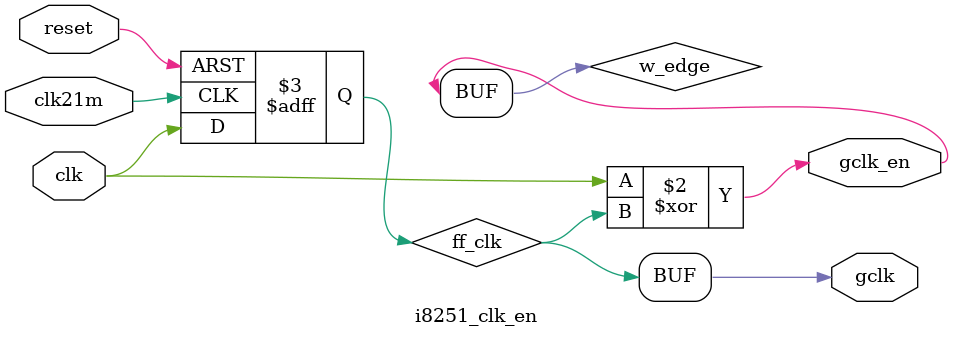
<source format=v>

module i8251_clk_en (
	input			reset,
	input			clk21m,

	input			clk,
	output			gclk_en,
	output			gclk
);
	reg				ff_clk;
	wire			w_edge;

	always @( posedge reset or posedge clk21m ) begin
		if( reset ) begin
			ff_clk	<= 1'b0;
		end
		else begin
			ff_clk	<= clk;
		end
	end

	assign w_edge	= clk ^ ff_clk;

	assign gclk_en	= w_edge;
	assign gclk		= ff_clk;
endmodule

</source>
